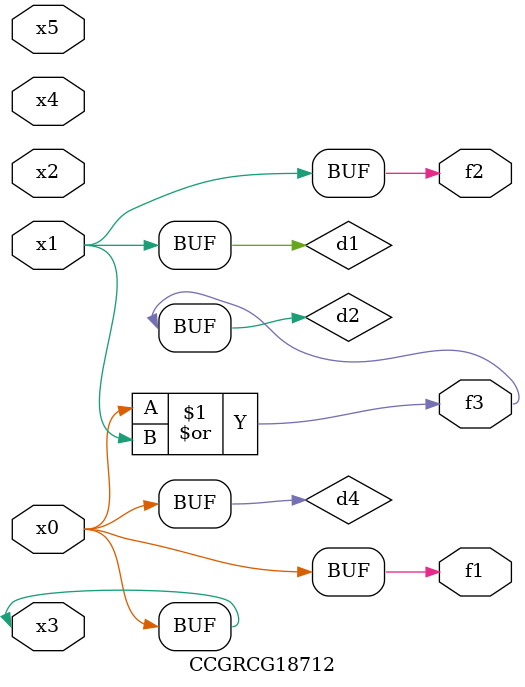
<source format=v>
module CCGRCG18712(
	input x0, x1, x2, x3, x4, x5,
	output f1, f2, f3
);

	wire d1, d2, d3, d4;

	and (d1, x1);
	or (d2, x0, x1);
	nand (d3, x0, x5);
	buf (d4, x0, x3);
	assign f1 = d4;
	assign f2 = d1;
	assign f3 = d2;
endmodule

</source>
